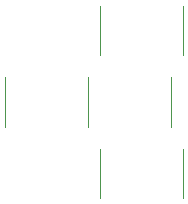
<source format=gbr>
%TF.GenerationSoftware,KiCad,Pcbnew,(5.1.6)-1*%
%TF.CreationDate,2021-11-11T19:19:45-05:00*%
%TF.ProjectId,sevenLEDboard,73657665-6e4c-4454-9462-6f6172642e6b,rev?*%
%TF.SameCoordinates,Original*%
%TF.FileFunction,Legend,Bot*%
%TF.FilePolarity,Positive*%
%FSLAX46Y46*%
G04 Gerber Fmt 4.6, Leading zero omitted, Abs format (unit mm)*
G04 Created by KiCad (PCBNEW (5.1.6)-1) date 2021-11-11 19:19:45*
%MOMM*%
%LPD*%
G01*
G04 APERTURE LIST*
%ADD10C,0.120000*%
G04 APERTURE END LIST*
D10*
%TO.C,D7*%
X151200000Y-70577800D02*
X151200000Y-74777800D01*
%TO.C,D1*%
X144200000Y-82702200D02*
X144200000Y-86902200D01*
%TO.C,D2*%
X151200000Y-82702200D02*
X151200000Y-86902200D01*
%TO.C,D3*%
X150160000Y-80840000D02*
X150160000Y-76640000D01*
%TO.C,D4*%
X143160000Y-80840000D02*
X143160000Y-76640000D01*
%TO.C,D5*%
X136160000Y-80840000D02*
X136160000Y-76640000D01*
%TO.C,D6*%
X144200000Y-70577800D02*
X144200000Y-74777800D01*
%TD*%
M02*

</source>
